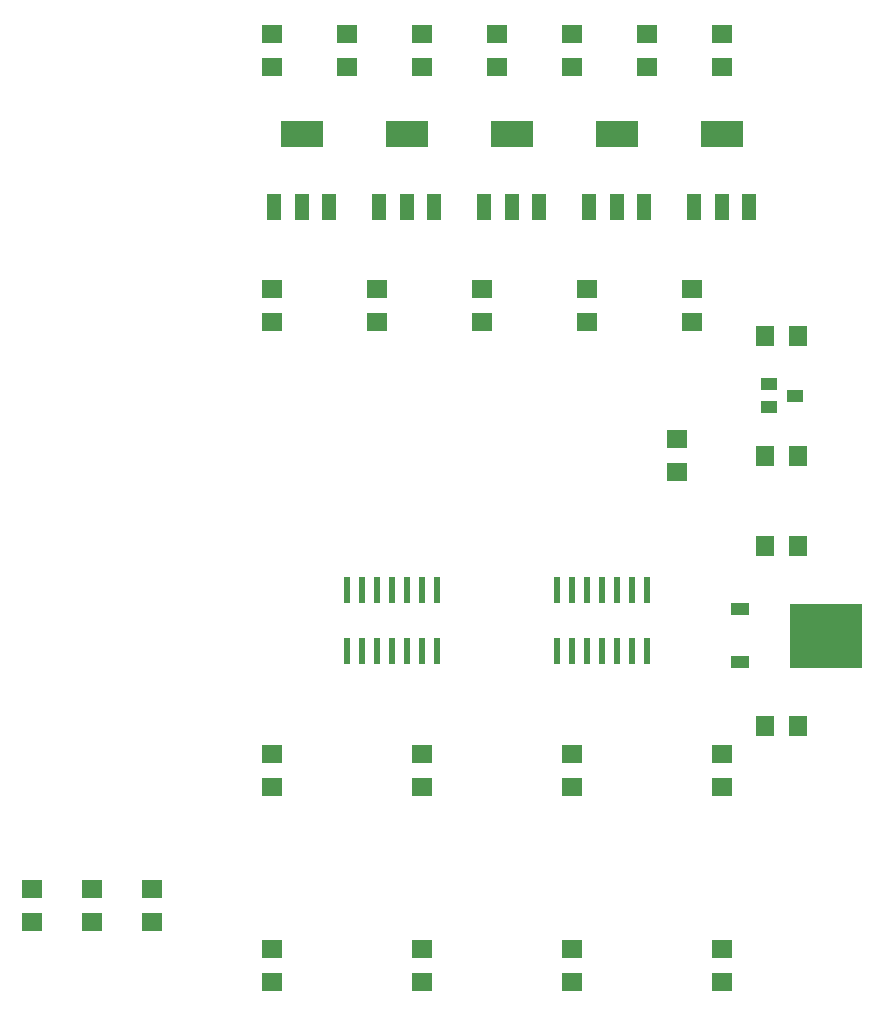
<source format=gtp>
G75*
G70*
%OFA0B0*%
%FSLAX24Y24*%
%IPPOS*%
%LPD*%
%AMOC8*
5,1,8,0,0,1.08239X$1,22.5*
%
%ADD10R,0.0236X0.0866*%
%ADD11R,0.0710X0.0630*%
%ADD12R,0.0551X0.0394*%
%ADD13R,0.0630X0.0709*%
%ADD14R,0.2441X0.2126*%
%ADD15R,0.0630X0.0394*%
%ADD16R,0.0480X0.0880*%
%ADD17R,0.1417X0.0866*%
D10*
X013180Y015656D03*
X013680Y015656D03*
X014180Y015656D03*
X014680Y015656D03*
X015180Y015656D03*
X015680Y015656D03*
X016180Y015656D03*
X016180Y017704D03*
X015680Y017704D03*
X015180Y017704D03*
X014680Y017704D03*
X014180Y017704D03*
X013680Y017704D03*
X013180Y017704D03*
X020180Y017704D03*
X020680Y017704D03*
X021180Y017704D03*
X021680Y017704D03*
X022180Y017704D03*
X022680Y017704D03*
X023180Y017704D03*
X023180Y015656D03*
X022680Y015656D03*
X022180Y015656D03*
X021680Y015656D03*
X021180Y015656D03*
X020680Y015656D03*
X020180Y015656D03*
D11*
X002680Y006620D03*
X002680Y007740D03*
X004680Y007740D03*
X004680Y006620D03*
X006680Y006620D03*
X006680Y007740D03*
X010680Y005740D03*
X010680Y004620D03*
X015680Y004620D03*
X015680Y005740D03*
X015680Y011120D03*
X015680Y012240D03*
X010680Y012240D03*
X010680Y011120D03*
X020680Y011120D03*
X020680Y012240D03*
X025680Y012240D03*
X025680Y011120D03*
X025680Y005740D03*
X025680Y004620D03*
X020680Y004620D03*
X020680Y005740D03*
X024180Y021620D03*
X024180Y022740D03*
X024680Y026620D03*
X024680Y027740D03*
X021180Y027740D03*
X021180Y026620D03*
X017680Y026620D03*
X017680Y027740D03*
X014180Y027740D03*
X014180Y026620D03*
X010680Y026620D03*
X010680Y027740D03*
X010680Y035120D03*
X010680Y036240D03*
X013180Y036240D03*
X013180Y035120D03*
X015680Y035120D03*
X015680Y036240D03*
X018180Y036240D03*
X018180Y035120D03*
X020680Y035120D03*
X020680Y036240D03*
X023180Y036240D03*
X023180Y035120D03*
X025680Y035120D03*
X025680Y036240D03*
D12*
X027247Y024554D03*
X027247Y023806D03*
X028113Y024180D03*
D13*
X028231Y022180D03*
X027129Y022180D03*
X027129Y019180D03*
X028231Y019180D03*
X028231Y013180D03*
X027129Y013180D03*
X027129Y026180D03*
X028231Y026180D03*
D14*
X029164Y016180D03*
D15*
X026290Y015282D03*
X026290Y017078D03*
D16*
X026590Y030460D03*
X025680Y030460D03*
X024770Y030460D03*
X023090Y030460D03*
X022180Y030460D03*
X021270Y030460D03*
X019590Y030460D03*
X018680Y030460D03*
X017770Y030460D03*
X016090Y030460D03*
X015180Y030460D03*
X014270Y030460D03*
X012590Y030460D03*
X011680Y030460D03*
X010770Y030460D03*
D17*
X011680Y032900D03*
X015180Y032900D03*
X018680Y032900D03*
X022180Y032900D03*
X025680Y032900D03*
M02*

</source>
